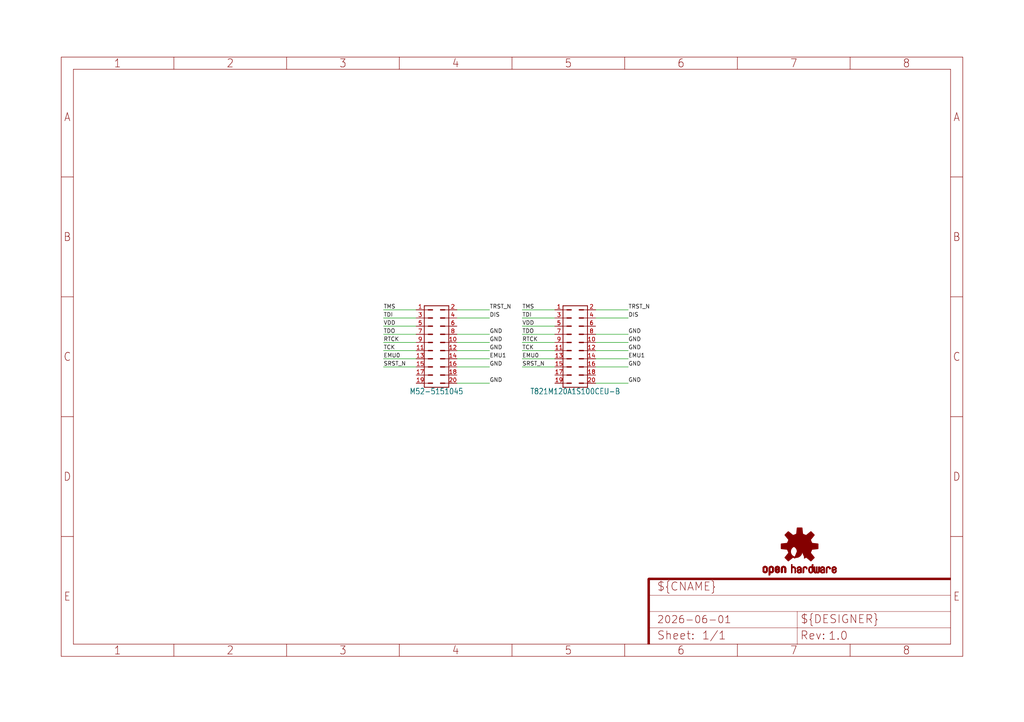
<source format=kicad_sch>
(kicad_sch (version 20230121) (generator eeschema)
  (paper "User" 318.77 224.942)
  (lib_symbols
    (symbol "BBB_JTAG_CTI20_SMT_TI20_SMT-eagle-import:FRAME-A4L"
      (symbol "FRAME-A4L_1_0"
        (text "${#}/${##}" (at 195.58 1.27 0) (effects (font (size 2.54 2.54)) (justify left bottom)))
        (text "${CNAME}" (at 181.61 16.51 0) (effects (font (size 2.54 2.54)) (justify left bottom)))
        (text "${CREVISION}" (at 234.92 1.17 0) (effects (font (size 2.54 2.54)) (justify left bottom)))
        (text "${CURRENT_DATE}" (at 181.61 6.35 0) (effects (font (size 2.286 2.286)) (justify left bottom)))
        (text "${DESIGNER}" (at 226.26 6.35 0) (effects (font (size 2.54 2.54)) (justify left bottom)))
        (text "${PROJECTNAME}" (at 181.61 11.43 0) (effects (font (size 2.54 2.54)) (justify left bottom)))
        (text "1" (at 13.7319 -1.905 0) (effects (font (size 2.54 2.286))))
        (text "1" (at 13.7319 180.975 0) (effects (font (size 2.54 2.286))))
        (text "2" (at 48.8156 -1.905 0) (effects (font (size 2.54 2.286))))
        (text "2" (at 48.8156 180.975 0) (effects (font (size 2.54 2.286))))
        (text "3" (at 83.8994 -1.905 0) (effects (font (size 2.54 2.286))))
        (text "3" (at 83.8994 180.975 0) (effects (font (size 2.54 2.286))))
        (text "4" (at 118.9831 -1.905 0) (effects (font (size 2.54 2.286))))
        (text "4" (at 118.9831 180.975 0) (effects (font (size 2.54 2.286))))
        (text "5" (at 154.0669 -1.905 0) (effects (font (size 2.54 2.286))))
        (text "5" (at 154.0669 180.975 0) (effects (font (size 2.54 2.286))))
        (text "6" (at 189.1506 -1.905 0) (effects (font (size 2.54 2.286))))
        (text "6" (at 189.1506 180.975 0) (effects (font (size 2.54 2.286))))
        (text "7" (at 224.2344 -1.905 0) (effects (font (size 2.54 2.286))))
        (text "7" (at 224.2344 180.975 0) (effects (font (size 2.54 2.286))))
        (text "8" (at 259.3181 -1.905 0) (effects (font (size 2.54 2.286))))
        (text "8" (at 259.3181 180.975 0) (effects (font (size 2.54 2.286))))
        (text "A" (at -1.905 164.211 0) (effects (font (size 2.54 2.286))))
        (text "A" (at 274.955 164.211 0) (effects (font (size 2.54 2.286))))
        (text "B" (at -1.905 126.873 0) (effects (font (size 2.54 2.286))))
        (text "B" (at 274.955 126.873 0) (effects (font (size 2.54 2.286))))
        (text "C" (at -1.905 89.535 0) (effects (font (size 2.54 2.286))))
        (text "C" (at 274.955 89.535 0) (effects (font (size 2.54 2.286))))
        (text "D" (at -1.905 52.197 0) (effects (font (size 2.54 2.286))))
        (text "D" (at 274.955 52.197 0) (effects (font (size 2.54 2.286))))
        (text "E" (at -1.905 14.859 0) (effects (font (size 2.54 2.286))))
        (text "E" (at 274.955 14.859 0) (effects (font (size 2.54 2.286))))
        (text "Rev:" (at 226.16 1.27 0) (effects (font (size 2.54 2.54)) (justify left bottom)))
        (text "Sheet:" (at 181.61 1.27 0) (effects (font (size 2.54 2.54)) (justify left bottom)))
      )
    )
    (symbol "BBB_JTAG_CTI20_SMT_TI20_SMT-eagle-import:M52-5151045"
      (symbol "M52-5151045_1_0"
        (pin bidirectional line (at 0 10.16 0) (length 2.54) (name "1") (number "1"))
        (pin bidirectional line (at 12.7 0 180) (length 2.54) (name "10") (number "10"))
        (pin bidirectional line (at 0 -2.54 0) (length 2.54) (name "11") (number "11"))
        (pin bidirectional line (at 12.7 -2.54 180) (length 2.54) (name "12") (number "12"))
        (pin bidirectional line (at 0 -5.08 0) (length 2.54) (name "13") (number "13"))
        (pin bidirectional line (at 12.7 -5.08 180) (length 2.54) (name "14") (number "14"))
        (pin bidirectional line (at 0 -7.62 0) (length 2.54) (name "15") (number "15"))
        (pin bidirectional line (at 12.7 -7.62 180) (length 2.54) (name "16") (number "16"))
        (pin bidirectional line (at 0 -10.16 0) (length 2.54) (name "17") (number "17"))
        (pin bidirectional line (at 12.7 -10.16 180) (length 2.54) (name "18") (number "18"))
        (pin bidirectional line (at 0 -12.7 0) (length 2.54) (name "19") (number "19"))
        (pin bidirectional line (at 12.7 10.16 180) (length 2.54) (name "2") (number "2"))
        (pin bidirectional line (at 12.7 -12.7 180) (length 2.54) (name "20") (number "20"))
        (pin bidirectional line (at 0 7.62 0) (length 2.54) (name "3") (number "3"))
        (pin bidirectional line (at 12.7 7.62 180) (length 2.54) (name "4") (number "4"))
        (pin bidirectional line (at 0 5.08 0) (length 2.54) (name "5") (number "5"))
        (pin bidirectional line (at 12.7 5.08 180) (length 2.54) (name "6") (number "6"))
        (pin bidirectional line (at 0 2.54 0) (length 2.54) (name "7") (number "7"))
        (pin bidirectional line (at 12.7 2.54 180) (length 2.54) (name "8") (number "8"))
        (pin bidirectional line (at 0 0 0) (length 2.54) (name "9") (number "9"))
      )
    )
    (symbol "BBB_JTAG_CTI20_SMT_TI20_SMT-eagle-import:OSHW-LOGOS")
    (symbol "BBB_JTAG_CTI20_SMT_TI20_SMT-eagle-import:T821M120A1S100CEU-B"
      (symbol "T821M120A1S100CEU-B_1_0"
        (pin bidirectional line (at 0 10.16 0) (length 2.54) (name "1") (number "1"))
        (pin bidirectional line (at 12.7 0 180) (length 2.54) (name "10") (number "10"))
        (pin bidirectional line (at 0 -2.54 0) (length 2.54) (name "11") (number "11"))
        (pin bidirectional line (at 12.7 -2.54 180) (length 2.54) (name "12") (number "12"))
        (pin bidirectional line (at 0 -5.08 0) (length 2.54) (name "13") (number "13"))
        (pin bidirectional line (at 12.7 -5.08 180) (length 2.54) (name "14") (number "14"))
        (pin bidirectional line (at 0 -7.62 0) (length 2.54) (name "15") (number "15"))
        (pin bidirectional line (at 12.7 -7.62 180) (length 2.54) (name "16") (number "16"))
        (pin bidirectional line (at 0 -10.16 0) (length 2.54) (name "17") (number "17"))
        (pin bidirectional line (at 12.7 -10.16 180) (length 2.54) (name "18") (number "18"))
        (pin bidirectional line (at 0 -12.7 0) (length 2.54) (name "19") (number "19"))
        (pin bidirectional line (at 12.7 10.16 180) (length 2.54) (name "2") (number "2"))
        (pin bidirectional line (at 12.7 -12.7 180) (length 2.54) (name "20") (number "20"))
        (pin bidirectional line (at 0 7.62 0) (length 2.54) (name "3") (number "3"))
        (pin bidirectional line (at 12.7 7.62 180) (length 2.54) (name "4") (number "4"))
        (pin bidirectional line (at 0 5.08 0) (length 2.54) (name "5") (number "5"))
        (pin bidirectional line (at 12.7 5.08 180) (length 2.54) (name "6") (number "6"))
        (pin bidirectional line (at 0 2.54 0) (length 2.54) (name "7") (number "7"))
        (pin bidirectional line (at 12.7 2.54 180) (length 2.54) (name "8") (number "8"))
        (pin bidirectional line (at 0 0 0) (length 2.54) (name "9") (number "9"))
      )
    )
  )
  (wire (pts (xy 142.24 111.76) (xy 152.4 111.76)) (stroke (width 0.1524)))
  (wire (pts (xy 172.72 96.52) (xy 162.56 96.52)) (stroke (width 0.1524)))
  (wire (pts (xy 129.54 96.52) (xy 119.38 96.52)) (stroke (width 0.1524)))
  (wire (pts (xy 185.42 109.22) (xy 195.58 109.22)) (stroke (width 0.1524)))
  (wire (pts (xy 129.54 114.3) (xy 119.38 114.3)) (stroke (width 0.1524)))
  (wire (pts (xy 185.42 99.06) (xy 195.58 99.06)) (stroke (width 0.1524)))
  (wire (pts (xy 129.54 99.06) (xy 119.38 99.06)) (stroke (width 0.1524)))
  (wire (pts (xy 129.54 104.14) (xy 119.38 104.14)) (stroke (width 0.1524)))
  (wire (pts (xy 185.42 96.52) (xy 195.58 96.52)) (stroke (width 0.1524)))
  (wire (pts (xy 172.72 104.14) (xy 162.56 104.14)) (stroke (width 0.1524)))
  (wire (pts (xy 185.42 106.68) (xy 195.58 106.68)) (stroke (width 0.1524)))
  (wire (pts (xy 142.24 114.3) (xy 152.4 114.3)) (stroke (width 0.1524)))
  (wire (pts (xy 142.24 96.52) (xy 152.4 96.52)) (stroke (width 0.1524)))
  (wire (pts (xy 185.42 111.76) (xy 195.58 111.76)) (stroke (width 0.1524)))
  (wire (pts (xy 129.54 109.22) (xy 119.38 109.22)) (stroke (width 0.1524)))
  (wire (pts (xy 142.24 99.06) (xy 152.4 99.06)) (stroke (width 0.1524)))
  (wire (pts (xy 172.72 109.22) (xy 162.56 109.22)) (stroke (width 0.1524)))
  (wire (pts (xy 172.72 101.6) (xy 162.56 101.6)) (stroke (width 0.1524)))
  (wire (pts (xy 142.24 104.14) (xy 152.4 104.14)) (stroke (width 0.1524)))
  (wire (pts (xy 172.72 99.06) (xy 162.56 99.06)) (stroke (width 0.1524)))
  (wire (pts (xy 129.54 106.68) (xy 119.38 106.68)) (stroke (width 0.1524)))
  (wire (pts (xy 142.24 106.68) (xy 152.4 106.68)) (stroke (width 0.1524)))
  (wire (pts (xy 142.24 119.38) (xy 152.4 119.38)) (stroke (width 0.1524)))
  (wire (pts (xy 142.24 109.22) (xy 152.4 109.22)) (stroke (width 0.1524)))
  (wire (pts (xy 185.42 114.3) (xy 195.58 114.3)) (stroke (width 0.1524)))
  (wire (pts (xy 172.72 114.3) (xy 162.56 114.3)) (stroke (width 0.1524)))
  (wire (pts (xy 129.54 101.6) (xy 119.38 101.6)) (stroke (width 0.1524)))
  (wire (pts (xy 185.42 104.14) (xy 195.58 104.14)) (stroke (width 0.1524)))
  (wire (pts (xy 172.72 106.68) (xy 162.56 106.68)) (stroke (width 0.1524)))
  (wire (pts (xy 172.72 111.76) (xy 162.56 111.76)) (stroke (width 0.1524)))
  (wire (pts (xy 185.42 119.38) (xy 195.58 119.38)) (stroke (width 0.1524)))
  (wire (pts (xy 129.54 111.76) (xy 119.38 111.76)) (stroke (width 0.1524)))
  (label "TRST_N" (at 152.4 96.52 0) (effects (font (size 1.2446 1.2446))))
  (label "VDD" (at 162.56 101.6 0) (effects (font (size 1.2446 1.2446))))
  (label "TDO" (at 119.38 104.14 0) (effects (font (size 1.2446 1.2446))))
  (label "TMS" (at 162.56 96.52 0) (effects (font (size 1.2446 1.2446))))
  (label "TCK" (at 119.38 109.22 0) (effects (font (size 1.2446 1.2446))))
  (label "DIS" (at 152.4 99.06 0) (effects (font (size 1.2446 1.2446))))
  (label "TCK" (at 162.56 109.22 0) (effects (font (size 1.2446 1.2446))))
  (label "TMS" (at 119.38 96.52 0) (effects (font (size 1.2446 1.2446))))
  (label "SRST_N" (at 162.56 114.3 0) (effects (font (size 1.2446 1.2446))))
  (label "VDD" (at 119.38 101.6 0) (effects (font (size 1.2446 1.2446))))
  (label "RTCK" (at 162.56 106.68 0) (effects (font (size 1.2446 1.2446))))
  (label "GND" (at 195.58 109.22 0) (effects (font (size 1.2446 1.2446))))
  (label "GND" (at 195.58 114.3 0) (effects (font (size 1.2446 1.2446))))
  (label "SRST_N" (at 119.38 114.3 0) (effects (font (size 1.2446 1.2446))))
  (label "GND" (at 152.4 119.38 0) (effects (font (size 1.2446 1.2446))))
  (label "GND" (at 152.4 106.68 0) (effects (font (size 1.2446 1.2446))))
  (label "DIS" (at 195.58 99.06 0) (effects (font (size 1.2446 1.2446))))
  (label "EMU1" (at 152.4 111.76 0) (effects (font (size 1.2446 1.2446))))
  (label "RTCK" (at 119.38 106.68 0) (effects (font (size 1.2446 1.2446))))
  (label "TDI" (at 119.38 99.06 0) (effects (font (size 1.2446 1.2446))))
  (label "GND" (at 152.4 114.3 0) (effects (font (size 1.2446 1.2446))))
  (label "TDI" (at 162.56 99.06 0) (effects (font (size 1.2446 1.2446))))
  (label "GND" (at 195.58 119.38 0) (effects (font (size 1.2446 1.2446))))
  (label "GND" (at 195.58 104.14 0) (effects (font (size 1.2446 1.2446))))
  (label "GND" (at 152.4 104.14 0) (effects (font (size 1.2446 1.2446))))
  (label "TRST_N" (at 195.58 96.52 0) (effects (font (size 1.2446 1.2446))))
  (label "GND" (at 195.58 106.68 0) (effects (font (size 1.2446 1.2446))))
  (label "EMU0" (at 119.38 111.76 0) (effects (font (size 1.2446 1.2446))))
  (label "TDO" (at 162.56 104.14 0) (effects (font (size 1.2446 1.2446))))
  (label "EMU1" (at 195.58 111.76 0) (effects (font (size 1.2446 1.2446))))
  (label "GND" (at 152.4 109.22 0) (effects (font (size 1.2446 1.2446))))
  (label "EMU0" (at 162.56 111.76 0) (effects (font (size 1.2446 1.2446))))
  (symbol (lib_id "BBB_JTAG_CTI20_SMT_TI20_SMT-eagle-import:T821M120A1S100CEU-B") (at 172.72 106.68 0) (unit 1)
    (property "Reference" "P2" (effects hide))
    (property "Value" "T821M120A1S100CEU-B" (at 179.07 121.92 0) (effects (font (size 1.778 1.5113))))
    (property "Footprint" "BBB_JTAG_CTI20_SMT_TI20_SMT:T821M120A1S100CEU-B" (effects hide))
  )
  (symbol (lib_id "BBB_JTAG_CTI20_SMT_TI20_SMT-eagle-import:FRAME-A4L") (at 22.86 200.66 0) (unit 1)
    (property "Reference" "#FRAME1" (effects hide))
    (property "Value" "FRAME-A4L" (effects hide))
    (property "CREVISION" "1.0" (effects hide))
  )
  (symbol (lib_id "BBB_JTAG_CTI20_SMT_TI20_SMT-eagle-import:M52-5151045") (at 129.54 106.68 0) (unit 1)
    (property "Reference" "P1" (effects hide))
    (property "Value" "M52-5151045" (at 135.89 121.92 0) (effects (font (size 1.778 1.5113))))
    (property "Footprint" "BBB_JTAG_CTI20_SMT_TI20_SMT:M52-5151045" (effects hide))
  )
  (symbol (lib_id "BBB_JTAG_CTI20_SMT_TI20_SMT-eagle-import:OSHW-LOGOS") (at 248.92 170.18 0) (unit 1)
    (property "Reference" "LOGO1" (effects hide))
    (property "Value" "OSHW-LOGOS" (effects hide))
    (property "Footprint" "BBB_JTAG_CTI20_SMT_TI20_SMT:OSHW-LOGO-S" (effects hide))
  )
)
</source>
